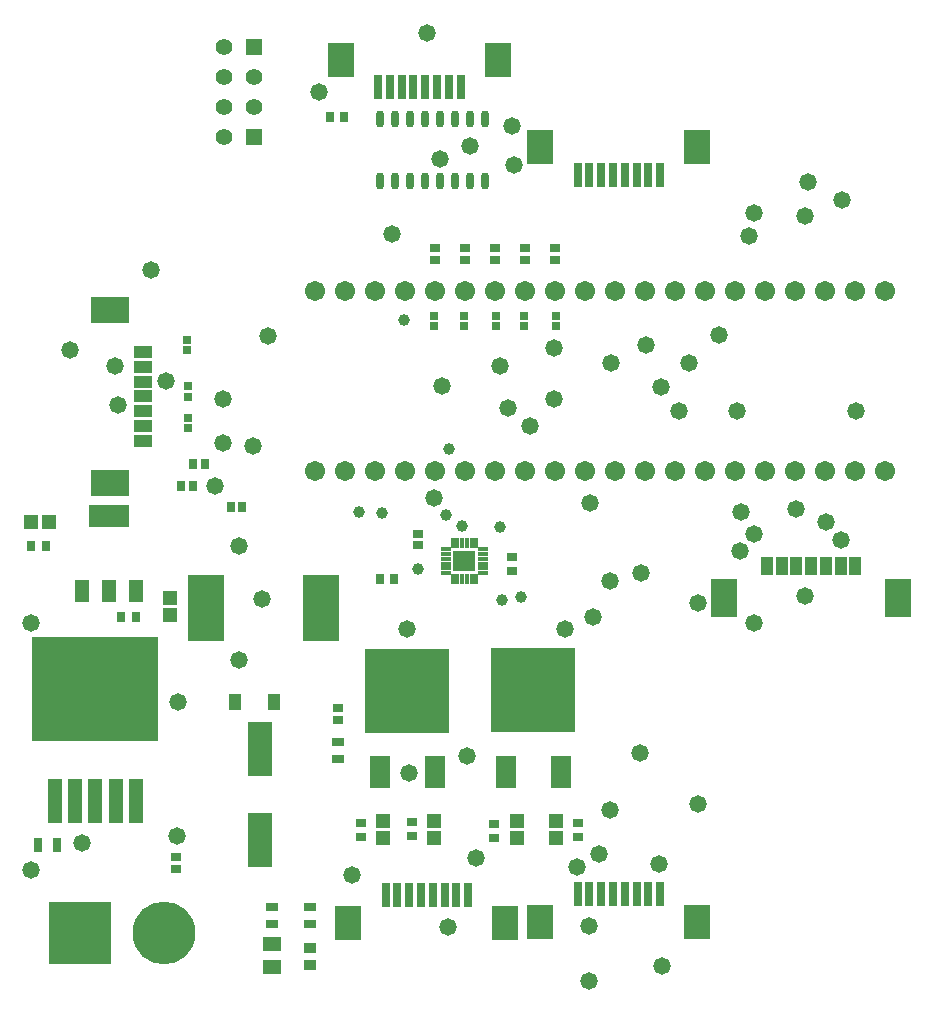
<source format=gts>
G04*
G04 #@! TF.GenerationSoftware,Altium Limited,Altium Designer,19.1.5 (86)*
G04*
G04 Layer_Color=8388736*
%FSLAX44Y44*%
%MOMM*%
G71*
G01*
G75*
%ADD49R,0.8232X0.8032*%
%ADD50R,1.1032X0.9032*%
%ADD51R,1.1532X1.2532*%
%ADD52R,0.7232X0.9232*%
%ADD53R,0.7532X0.6532*%
%ADD54O,0.7532X1.4532*%
%ADD55R,0.9232X0.7232*%
%ADD56R,1.2532X1.1532*%
%ADD57R,1.0032X0.8032*%
%ADD58R,0.7432X1.1432*%
%ADD59R,1.0032X0.8032*%
%ADD60R,1.6032X1.2532*%
%ADD61R,1.1132X1.4232*%
%ADD62R,0.7532X0.8532*%
%ADD63R,1.1532X1.8532*%
%ADD64R,3.4532X1.8532*%
%ADD65R,1.0032X1.5032*%
%ADD66R,2.3032X3.2032*%
%ADD67R,10.7032X8.8032*%
%ADD68R,1.3032X3.7032*%
%ADD69R,0.8532X0.7532*%
%ADD70R,0.8032X2.1032*%
%ADD71R,2.3032X3.0032*%
%ADD72R,2.1032X4.6032*%
%ADD73R,3.1032X5.6032*%
%ADD74R,1.7032X2.7032*%
%ADD75R,7.2032X7.2032*%
%ADD76R,1.9032X1.7432*%
%ADD77O,0.4032X0.9032*%
%ADD78O,0.9032X0.4032*%
%ADD79R,3.2032X2.3032*%
%ADD80R,1.5032X1.0032*%
%ADD81R,1.3652X1.3652*%
%ADD82C,1.4034*%
%ADD83C,5.3032*%
%ADD84R,5.3032X5.3032*%
%ADD85C,1.7032*%
%ADD86C,1.4732*%
%ADD87C,1.0028*%
D49*
X342000Y381960D02*
D03*
Y391160D02*
D03*
D50*
X250190Y40640D02*
D03*
Y26640D02*
D03*
D51*
X28840Y401320D02*
D03*
X14340D02*
D03*
D52*
X14320Y381000D02*
D03*
X26320D02*
D03*
X266926Y744344D02*
D03*
X278926D02*
D03*
X102520Y321310D02*
D03*
X90520D02*
D03*
X309310Y353060D02*
D03*
X321310D02*
D03*
D53*
X458470Y576000D02*
D03*
Y567000D02*
D03*
X431800Y576000D02*
D03*
Y567000D02*
D03*
X407670Y576000D02*
D03*
Y567000D02*
D03*
X381000Y576000D02*
D03*
Y567000D02*
D03*
X355600Y576000D02*
D03*
Y567000D02*
D03*
X146050Y546680D02*
D03*
Y555680D02*
D03*
X147320Y489640D02*
D03*
Y480640D02*
D03*
Y507310D02*
D03*
Y516310D02*
D03*
D54*
X309756Y690154D02*
D03*
X322456D02*
D03*
X335156D02*
D03*
X347856D02*
D03*
X360556D02*
D03*
X373256D02*
D03*
X385956D02*
D03*
X398656D02*
D03*
X309756Y742654D02*
D03*
X322456D02*
D03*
X335156D02*
D03*
X347856D02*
D03*
X360556D02*
D03*
X373256D02*
D03*
X385956D02*
D03*
X398656D02*
D03*
D55*
X477520Y146970D02*
D03*
Y134970D02*
D03*
X406400Y145700D02*
D03*
Y133700D02*
D03*
X336550Y147830D02*
D03*
Y135830D02*
D03*
X421640Y371760D02*
D03*
Y359760D02*
D03*
X293370Y134970D02*
D03*
Y146970D02*
D03*
D56*
X458470Y133720D02*
D03*
Y148220D02*
D03*
X425450Y133720D02*
D03*
Y148220D02*
D03*
X355600Y133720D02*
D03*
Y148220D02*
D03*
X312420Y134090D02*
D03*
Y148590D02*
D03*
X132080Y337450D02*
D03*
Y322950D02*
D03*
D57*
X274320Y201030D02*
D03*
Y215530D02*
D03*
D58*
X19940Y128270D02*
D03*
X35940D02*
D03*
D59*
X250190Y61330D02*
D03*
Y75830D02*
D03*
X218440Y61330D02*
D03*
Y75830D02*
D03*
D60*
X218440Y43790D02*
D03*
Y24790D02*
D03*
D61*
X186850Y248920D02*
D03*
X219550D02*
D03*
D62*
X151210Y450850D02*
D03*
X161210D02*
D03*
X193040Y414020D02*
D03*
X183040D02*
D03*
X151130Y431800D02*
D03*
X141130D02*
D03*
D63*
X57010Y343150D02*
D03*
X80010D02*
D03*
X103010D02*
D03*
D64*
X80010Y406150D02*
D03*
D65*
X637070Y364490D02*
D03*
X649570D02*
D03*
X662070D02*
D03*
X674570D02*
D03*
X687070D02*
D03*
X699570D02*
D03*
X712070D02*
D03*
D66*
X601070Y336990D02*
D03*
X748070D02*
D03*
D67*
X68580Y260350D02*
D03*
D68*
X102580Y164850D02*
D03*
X85580D02*
D03*
X68580D02*
D03*
X51580D02*
D03*
X34580D02*
D03*
D69*
X137160Y118030D02*
D03*
Y108030D02*
D03*
X355693Y623650D02*
D03*
Y633650D02*
D03*
X381293Y623650D02*
D03*
Y633650D02*
D03*
X406693Y623650D02*
D03*
Y633650D02*
D03*
X432093Y623650D02*
D03*
Y633650D02*
D03*
X457493Y623650D02*
D03*
Y633650D02*
D03*
X274320Y233760D02*
D03*
Y243760D02*
D03*
D70*
X546810Y86680D02*
D03*
X536810D02*
D03*
X526810D02*
D03*
X516810D02*
D03*
X506810D02*
D03*
X496810D02*
D03*
X486810D02*
D03*
X476810D02*
D03*
X384250Y85410D02*
D03*
X374250D02*
D03*
X364250D02*
D03*
X354250D02*
D03*
X344250D02*
D03*
X334250D02*
D03*
X324250D02*
D03*
X314250D02*
D03*
X546810Y695640D02*
D03*
X536810D02*
D03*
X526810D02*
D03*
X516810D02*
D03*
X506810D02*
D03*
X496810D02*
D03*
X486810D02*
D03*
X476810D02*
D03*
X377776Y769424D02*
D03*
X367776D02*
D03*
X357776D02*
D03*
X347776D02*
D03*
X337776D02*
D03*
X327776D02*
D03*
X317776D02*
D03*
X307776D02*
D03*
D71*
X578310Y63180D02*
D03*
X445310D02*
D03*
X415750Y61910D02*
D03*
X282750D02*
D03*
X578310Y719140D02*
D03*
X445310D02*
D03*
X409276Y792924D02*
D03*
X276276D02*
D03*
D72*
X208280Y132080D02*
D03*
Y209580D02*
D03*
D73*
X162320Y328930D02*
D03*
X259320D02*
D03*
D74*
X309740Y189780D02*
D03*
X355740D02*
D03*
X416420Y190080D02*
D03*
X462420D02*
D03*
D75*
X332740Y258780D02*
D03*
X439420Y259080D02*
D03*
D76*
X381000Y368300D02*
D03*
D77*
X371000Y383620D02*
D03*
X375000D02*
D03*
X379000D02*
D03*
X383000D02*
D03*
X387000D02*
D03*
X391000D02*
D03*
Y352980D02*
D03*
X387000D02*
D03*
X383000D02*
D03*
X379000D02*
D03*
X375000D02*
D03*
X371000D02*
D03*
D78*
X396320Y378300D02*
D03*
Y374300D02*
D03*
Y370300D02*
D03*
Y366300D02*
D03*
Y362300D02*
D03*
Y358300D02*
D03*
X365680D02*
D03*
Y362300D02*
D03*
Y366300D02*
D03*
Y370300D02*
D03*
Y374300D02*
D03*
Y378300D02*
D03*
D79*
X81133Y434310D02*
D03*
Y581310D02*
D03*
D80*
X108633Y470310D02*
D03*
Y482810D02*
D03*
Y495310D02*
D03*
Y507810D02*
D03*
Y520310D02*
D03*
Y532810D02*
D03*
Y545310D02*
D03*
D81*
X203200Y727710D02*
D03*
Y803910D02*
D03*
D82*
Y753110D02*
D03*
Y778510D02*
D03*
X177800D02*
D03*
Y753110D02*
D03*
Y727710D02*
D03*
Y803910D02*
D03*
D83*
X127000Y53340D02*
D03*
D84*
X55370D02*
D03*
D85*
X482893Y444500D02*
D03*
X457493D02*
D03*
X432093D02*
D03*
X381293D02*
D03*
X406693D02*
D03*
X355693D02*
D03*
X330493D02*
D03*
X305093D02*
D03*
X279693D02*
D03*
X254293D02*
D03*
Y596900D02*
D03*
X279693D02*
D03*
X305093D02*
D03*
X330493D02*
D03*
X355693D02*
D03*
X406693D02*
D03*
X381293D02*
D03*
X432093D02*
D03*
X457493D02*
D03*
X482893D02*
D03*
X508293Y444500D02*
D03*
X533693D02*
D03*
X559093D02*
D03*
X584493D02*
D03*
X609893D02*
D03*
X660693D02*
D03*
X635293D02*
D03*
X686093D02*
D03*
X711493D02*
D03*
X736893D02*
D03*
Y596900D02*
D03*
X711493D02*
D03*
X686093D02*
D03*
X635293D02*
D03*
X660693D02*
D03*
X609693D02*
D03*
X584493D02*
D03*
X559093D02*
D03*
X533693D02*
D03*
X508293D02*
D03*
D86*
X383540Y203200D02*
D03*
X548640Y25400D02*
D03*
X476250Y109220D02*
D03*
X486410Y59690D02*
D03*
X495300Y120650D02*
D03*
X457200Y548640D02*
D03*
X137795Y135255D02*
D03*
X190500Y284480D02*
D03*
Y381000D02*
D03*
X170180Y431800D02*
D03*
X209550Y336550D02*
D03*
X138430Y248920D02*
D03*
X57150Y129540D02*
D03*
X486410Y12700D02*
D03*
X391160Y116840D02*
D03*
X285750Y102870D02*
D03*
X334010Y189230D02*
D03*
X355646Y421594D02*
D03*
X332740Y311150D02*
D03*
X669290Y339090D02*
D03*
X115570Y614680D02*
D03*
X46990Y547370D02*
D03*
X626110Y316230D02*
D03*
X490220Y321310D02*
D03*
X504190Y157480D02*
D03*
X87919Y500900D02*
D03*
X85090Y533400D02*
D03*
X367030Y58420D02*
D03*
X687070Y401320D02*
D03*
X422910Y703580D02*
D03*
X320040Y645160D02*
D03*
X622300Y643890D02*
D03*
X699770Y386080D02*
D03*
X614774Y410116D02*
D03*
X626110Y391160D02*
D03*
X614680Y377190D02*
D03*
X436880Y482600D02*
D03*
X457200Y505460D02*
D03*
X411480Y533400D02*
D03*
X361950Y516890D02*
D03*
X13970Y106680D02*
D03*
X661670Y412750D02*
D03*
X128270Y520700D02*
D03*
X360680Y708660D02*
D03*
X669290Y660400D02*
D03*
X421640Y736600D02*
D03*
X625792Y662940D02*
D03*
X671830Y689610D02*
D03*
X712470Y495300D02*
D03*
X701040Y674370D02*
D03*
X612140Y495300D02*
D03*
X386080Y720090D02*
D03*
X579120Y332740D02*
D03*
Y162560D02*
D03*
X546100Y111760D02*
D03*
X571500Y535940D02*
D03*
X530860Y358140D02*
D03*
X529590Y205740D02*
D03*
X466090Y311150D02*
D03*
X504190Y351790D02*
D03*
X562610Y495300D02*
D03*
X596900Y560070D02*
D03*
X487680Y417830D02*
D03*
X13970Y316230D02*
D03*
X349126Y815464D02*
D03*
X257686Y765934D02*
D03*
X201930Y466090D02*
D03*
X214630Y558800D02*
D03*
X176530Y468630D02*
D03*
Y505460D02*
D03*
X505460Y535940D02*
D03*
X417830Y497840D02*
D03*
X534670Y551180D02*
D03*
X547370Y515620D02*
D03*
D87*
X311150Y408940D02*
D03*
X379214Y398264D02*
D03*
X365760Y407670D02*
D03*
X412750Y335280D02*
D03*
X411480Y397510D02*
D03*
X341630Y361950D02*
D03*
X429260Y337820D02*
D03*
X330200Y572770D02*
D03*
X368300Y463550D02*
D03*
X292100Y410210D02*
D03*
M02*

</source>
